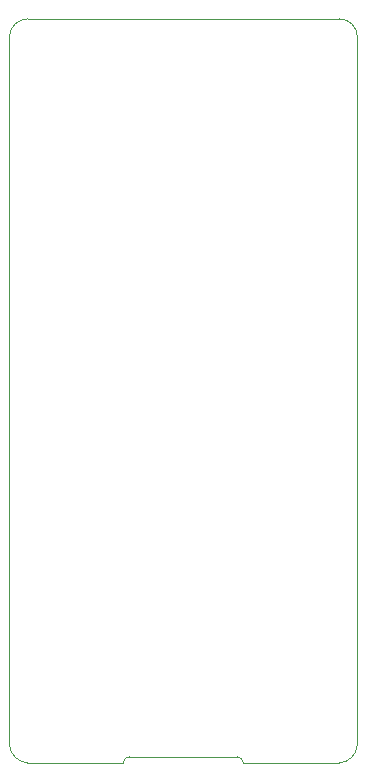
<source format=gbr>
%TF.GenerationSoftware,KiCad,Pcbnew,(6.0.1-0)*%
%TF.CreationDate,2022-11-21T00:33:54+01:00*%
%TF.ProjectId,flowmeter,666c6f77-6d65-4746-9572-2e6b69636164,rev?*%
%TF.SameCoordinates,Original*%
%TF.FileFunction,Profile,NP*%
%FSLAX46Y46*%
G04 Gerber Fmt 4.6, Leading zero omitted, Abs format (unit mm)*
G04 Created by KiCad (PCBNEW (6.0.1-0)) date 2022-11-21 00:33:54*
%MOMM*%
%LPD*%
G01*
G04 APERTURE LIST*
%TA.AperFunction,Profile*%
%ADD10C,0.100000*%
%TD*%
G04 APERTURE END LIST*
D10*
X164084000Y-128016000D02*
X155956000Y-128016000D01*
X136144000Y-126492000D02*
G75*
G03*
X137668000Y-128016000I1658348J134348D01*
G01*
X155448000Y-127508000D02*
X146304000Y-127508000D01*
X136144000Y-126492000D02*
X136144000Y-66548000D01*
X137729631Y-65024000D02*
X164084000Y-65024000D01*
X145796000Y-128016000D02*
X137668000Y-128016000D01*
X155956000Y-128016000D02*
G75*
G03*
X155448000Y-127508000I-508001J-1D01*
G01*
X164084000Y-128016000D02*
G75*
G03*
X165608000Y-126492000I-62930J1586930D01*
G01*
X146304000Y-127508000D02*
G75*
G03*
X145796000Y-128016000I1J-508001D01*
G01*
X165608000Y-66548000D02*
G75*
G03*
X164084000Y-65024000I-1523999J1D01*
G01*
X137729631Y-65024000D02*
G75*
G03*
X136144000Y-66548000I-1J-1586876D01*
G01*
X165608000Y-66548000D02*
X165608000Y-126492000D01*
M02*

</source>
